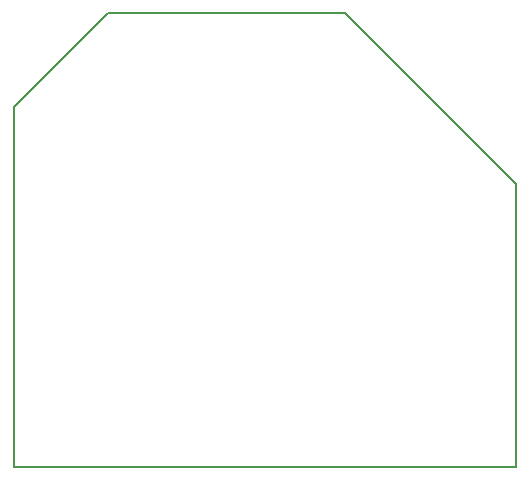
<source format=gbr>
%TF.GenerationSoftware,KiCad,Pcbnew,9.0.7-1.fc43*%
%TF.CreationDate,2026-02-06T20:22:46-08:00*%
%TF.ProjectId,inverter_board,696e7665-7274-4657-925f-626f6172642e,A0*%
%TF.SameCoordinates,PX81390e0PY9540020*%
%TF.FileFunction,Profile,NP*%
%FSLAX46Y46*%
G04 Gerber Fmt 4.6, Leading zero omitted, Abs format (unit mm)*
G04 Created by KiCad (PCBNEW 9.0.7-1.fc43) date 2026-02-06 20:22:46*
%MOMM*%
%LPD*%
G01*
G04 APERTURE LIST*
%TA.AperFunction,Profile*%
%ADD10C,0.200000*%
%TD*%
G04 APERTURE END LIST*
D10*
X0Y24000000D02*
X0Y0D01*
X-42500000Y0D01*
X-42500000Y30500000D01*
X-34500000Y38500000D01*
X-14500000Y38500000D01*
X0Y24000000D01*
M02*

</source>
